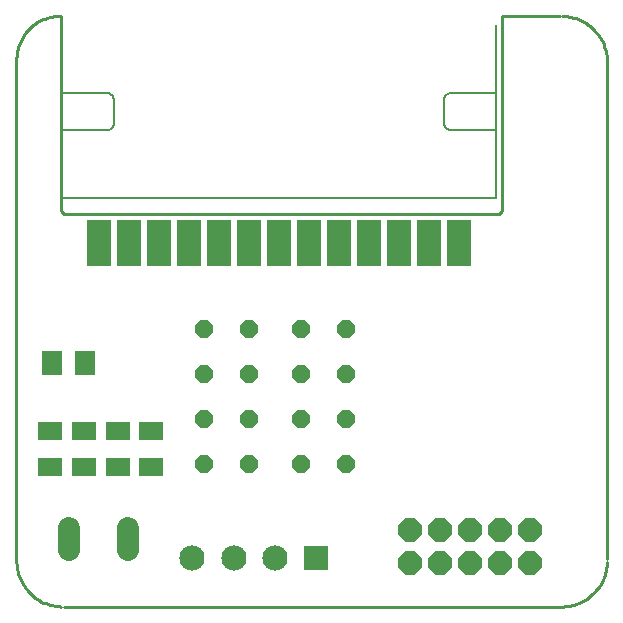
<source format=gts>
G75*
G70*
%OFA0B0*%
%FSLAX24Y24*%
%IPPOS*%
%LPD*%
%AMOC8*
5,1,8,0,0,1.08239X$1,22.5*
%
%ADD10C,0.0100*%
%ADD11OC8,0.0600*%
%ADD12R,0.0670X0.0827*%
%ADD13C,0.0050*%
%ADD14R,0.0800X0.1540*%
%ADD15R,0.0827X0.0631*%
%ADD16R,0.0840X0.0840*%
%ADD17C,0.0840*%
%ADD18OC8,0.0780*%
%ADD19C,0.0745*%
D10*
X001272Y002404D02*
X001272Y002454D01*
X001272Y019014D01*
X001272Y019038D02*
X001273Y019113D01*
X001277Y019188D01*
X001286Y019263D01*
X001298Y019337D01*
X001314Y019410D01*
X001334Y019483D01*
X001358Y019554D01*
X001385Y019624D01*
X001416Y019692D01*
X001450Y019759D01*
X001488Y019824D01*
X001529Y019887D01*
X001573Y019948D01*
X001621Y020006D01*
X001671Y020062D01*
X001724Y020115D01*
X001780Y020165D01*
X001838Y020213D01*
X001899Y020257D01*
X001962Y020298D01*
X002027Y020336D01*
X002094Y020370D01*
X002162Y020401D01*
X002232Y020428D01*
X002303Y020452D01*
X002376Y020472D01*
X002449Y020488D01*
X002523Y020500D01*
X002598Y020509D01*
X002673Y020513D01*
X002748Y020514D01*
X002748Y014018D01*
X002847Y013920D01*
X017365Y013920D01*
X017463Y014018D01*
X017463Y020514D01*
X019382Y020514D01*
X019457Y020514D02*
X019534Y020510D01*
X019611Y020503D01*
X019688Y020492D01*
X019763Y020477D01*
X019838Y020458D01*
X019912Y020436D01*
X019985Y020409D01*
X020056Y020379D01*
X020125Y020346D01*
X020193Y020309D01*
X020259Y020269D01*
X020323Y020225D01*
X020384Y020179D01*
X020443Y020129D01*
X020500Y020077D01*
X020554Y020021D01*
X020605Y019963D01*
X020653Y019903D01*
X020697Y019840D01*
X020739Y019775D01*
X020777Y019708D01*
X020812Y019639D01*
X020843Y019568D01*
X020871Y019496D01*
X020895Y019423D01*
X020916Y019348D01*
X020932Y019273D01*
X020945Y019197D01*
X020954Y019120D01*
X020959Y019043D01*
X020960Y018966D01*
X020957Y018889D01*
X020957Y002404D01*
X020957Y002329D02*
X020953Y002252D01*
X020946Y002175D01*
X020935Y002098D01*
X020920Y002023D01*
X020901Y001948D01*
X020879Y001874D01*
X020852Y001801D01*
X020822Y001730D01*
X020789Y001661D01*
X020752Y001593D01*
X020712Y001527D01*
X020668Y001463D01*
X020622Y001402D01*
X020572Y001343D01*
X020520Y001286D01*
X020464Y001232D01*
X020406Y001181D01*
X020346Y001133D01*
X020283Y001089D01*
X020218Y001047D01*
X020151Y001009D01*
X020082Y000974D01*
X020011Y000943D01*
X019939Y000915D01*
X019866Y000891D01*
X019791Y000870D01*
X019716Y000854D01*
X019640Y000841D01*
X019563Y000832D01*
X019486Y000827D01*
X019409Y000826D01*
X019332Y000829D01*
X019382Y000829D01*
X019332Y000829D02*
X002847Y000829D01*
X002772Y000829D02*
X002695Y000833D01*
X002618Y000840D01*
X002541Y000851D01*
X002466Y000866D01*
X002391Y000885D01*
X002317Y000907D01*
X002244Y000934D01*
X002173Y000964D01*
X002104Y000997D01*
X002036Y001034D01*
X001970Y001074D01*
X001906Y001118D01*
X001845Y001164D01*
X001786Y001214D01*
X001729Y001266D01*
X001675Y001322D01*
X001624Y001380D01*
X001576Y001440D01*
X001532Y001503D01*
X001490Y001568D01*
X001452Y001635D01*
X001417Y001704D01*
X001386Y001775D01*
X001358Y001847D01*
X001334Y001920D01*
X001313Y001995D01*
X001297Y002070D01*
X001284Y002146D01*
X001275Y002223D01*
X001270Y002300D01*
X001269Y002377D01*
X001272Y002454D01*
X020957Y018889D02*
X020957Y018939D01*
D11*
X012272Y010079D03*
X012272Y008579D03*
X012272Y007079D03*
X012272Y005579D03*
X010772Y005579D03*
X010772Y007079D03*
X010772Y008579D03*
X010772Y010079D03*
X009022Y010079D03*
X009022Y008579D03*
X009022Y007079D03*
X009022Y005579D03*
X007522Y005579D03*
X007522Y007079D03*
X007522Y008579D03*
X007522Y010079D03*
D12*
X003573Y008935D03*
X002471Y008935D03*
D13*
X002772Y014454D02*
X017272Y014454D01*
X017272Y016704D01*
X015772Y016704D01*
X015742Y016706D01*
X015712Y016711D01*
X015683Y016720D01*
X015656Y016733D01*
X015630Y016748D01*
X015606Y016767D01*
X015585Y016788D01*
X015566Y016812D01*
X015551Y016838D01*
X015538Y016865D01*
X015529Y016894D01*
X015524Y016924D01*
X015522Y016954D01*
X015522Y017704D01*
X015524Y017734D01*
X015529Y017764D01*
X015538Y017793D01*
X015551Y017820D01*
X015566Y017846D01*
X015585Y017870D01*
X015606Y017891D01*
X015630Y017910D01*
X015656Y017925D01*
X015683Y017938D01*
X015712Y017947D01*
X015742Y017952D01*
X015772Y017954D01*
X017272Y017954D01*
X017272Y020204D01*
X017272Y017954D02*
X017272Y016704D01*
X004522Y016954D02*
X004522Y017704D01*
X004520Y017734D01*
X004515Y017764D01*
X004506Y017793D01*
X004493Y017820D01*
X004478Y017846D01*
X004459Y017870D01*
X004438Y017891D01*
X004414Y017910D01*
X004388Y017925D01*
X004361Y017938D01*
X004332Y017947D01*
X004302Y017952D01*
X004272Y017954D01*
X002772Y017954D01*
X002772Y016704D01*
X004272Y016704D01*
X004302Y016706D01*
X004332Y016711D01*
X004361Y016720D01*
X004388Y016733D01*
X004414Y016748D01*
X004438Y016767D01*
X004459Y016788D01*
X004478Y016812D01*
X004493Y016838D01*
X004506Y016865D01*
X004515Y016894D01*
X004520Y016924D01*
X004522Y016954D01*
X002772Y016704D02*
X002772Y014454D01*
D14*
X004022Y012954D03*
X005022Y012954D03*
X006022Y012954D03*
X007022Y012954D03*
X008022Y012954D03*
X009022Y012954D03*
X010022Y012954D03*
X011022Y012954D03*
X012022Y012954D03*
X013022Y012954D03*
X014022Y012954D03*
X015022Y012954D03*
X016022Y012954D03*
D15*
X005772Y006670D03*
X004647Y006670D03*
X003522Y006670D03*
X002397Y006670D03*
X002397Y005489D03*
X003522Y005489D03*
X004647Y005489D03*
X005772Y005489D03*
D16*
X011272Y002454D03*
D17*
X009894Y002454D03*
X008516Y002454D03*
X007138Y002454D03*
D18*
X014397Y002279D03*
X015397Y002279D03*
X016397Y002279D03*
X017397Y002279D03*
X018397Y002279D03*
X018397Y003379D03*
X017397Y003379D03*
X016397Y003379D03*
X015397Y003379D03*
X014397Y003379D03*
D19*
X005006Y003432D02*
X005006Y002727D01*
X003038Y002727D02*
X003038Y003432D01*
M02*

</source>
